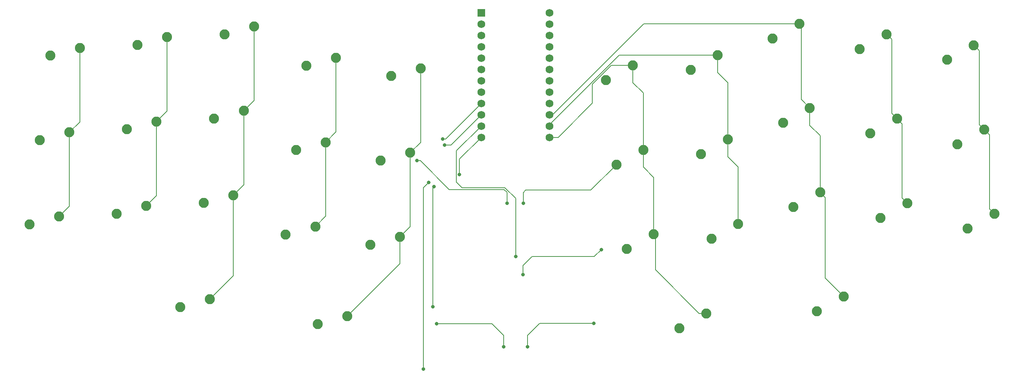
<source format=gbr>
G04 #@! TF.GenerationSoftware,KiCad,Pcbnew,(5.1.9)-1*
G04 #@! TF.CreationDate,2021-09-30T23:41:13-07:00*
G04 #@! TF.ProjectId,Claudia,436c6175-6469-4612-9e6b-696361645f70,rev?*
G04 #@! TF.SameCoordinates,Original*
G04 #@! TF.FileFunction,Copper,L2,Bot*
G04 #@! TF.FilePolarity,Positive*
%FSLAX46Y46*%
G04 Gerber Fmt 4.6, Leading zero omitted, Abs format (unit mm)*
G04 Created by KiCad (PCBNEW (5.1.9)-1) date 2021-09-30 23:41:13*
%MOMM*%
%LPD*%
G01*
G04 APERTURE LIST*
G04 #@! TA.AperFunction,ComponentPad*
%ADD10C,1.752600*%
G04 #@! TD*
G04 #@! TA.AperFunction,ComponentPad*
%ADD11R,1.752600X1.752600*%
G04 #@! TD*
G04 #@! TA.AperFunction,ComponentPad*
%ADD12C,2.250000*%
G04 #@! TD*
G04 #@! TA.AperFunction,ViaPad*
%ADD13C,0.800000*%
G04 #@! TD*
G04 #@! TA.AperFunction,Conductor*
%ADD14C,0.200000*%
G04 #@! TD*
G04 APERTURE END LIST*
D10*
X145643600Y-37820600D03*
X130403600Y-65760600D03*
X145643600Y-40360600D03*
X145643600Y-42900600D03*
X145643600Y-45440600D03*
X145643600Y-47980600D03*
X145643600Y-50520600D03*
X145643600Y-53060600D03*
X145643600Y-55600600D03*
X145643600Y-58140600D03*
X145643600Y-60680600D03*
X145643600Y-63220600D03*
X145643600Y-65760600D03*
X130403600Y-63220600D03*
X130403600Y-60680600D03*
X130403600Y-58140600D03*
X130403600Y-55600600D03*
X130403600Y-53060600D03*
X130403600Y-50520600D03*
X130403600Y-47980600D03*
X130403600Y-45440600D03*
X130403600Y-42900600D03*
X130403600Y-40360600D03*
D11*
X130403600Y-37820600D03*
D12*
X100439551Y-105819087D03*
X93827335Y-107566284D03*
X116858386Y-50255880D03*
X110246170Y-52003077D03*
X164313748Y-49636783D03*
X158320628Y-52931721D03*
X245169389Y-82893349D03*
X239176269Y-86188287D03*
X242847778Y-63985344D03*
X236854658Y-67280282D03*
X240526167Y-45077340D03*
X234533047Y-48372278D03*
X225680982Y-80487959D03*
X219687862Y-83782897D03*
X223359371Y-61579954D03*
X217366251Y-64874892D03*
X221037760Y-42671950D03*
X215044640Y-45966888D03*
X206192575Y-78082569D03*
X200199455Y-81377507D03*
X203870964Y-59174564D03*
X197877844Y-62469502D03*
X201549353Y-40266560D03*
X195556233Y-43561498D03*
X211457842Y-101427403D03*
X205464722Y-104722341D03*
X187864974Y-85131181D03*
X181871854Y-88426119D03*
X185543363Y-66223176D03*
X179550243Y-69518114D03*
X183221752Y-47315172D03*
X177228632Y-50610110D03*
X168956969Y-87452792D03*
X162963849Y-90747730D03*
X166635359Y-68544787D03*
X160642239Y-71839725D03*
X112215165Y-88071889D03*
X105602949Y-89819086D03*
X114536775Y-69163884D03*
X107924559Y-70911081D03*
X69714292Y-102046500D03*
X63102076Y-103793697D03*
X93307160Y-85750278D03*
X86694944Y-87497475D03*
X95628771Y-66842273D03*
X89016555Y-68589470D03*
X97950382Y-47934269D03*
X91338166Y-49681466D03*
X74979559Y-78701666D03*
X68367343Y-80448863D03*
X77301170Y-59793661D03*
X70688954Y-61540858D03*
X79622781Y-40885657D03*
X73010565Y-42632854D03*
X55491152Y-81107056D03*
X48878936Y-82854253D03*
X57812763Y-62199051D03*
X51200547Y-63946248D03*
X60134374Y-43291047D03*
X53522158Y-45038244D03*
X36002745Y-83512446D03*
X29390529Y-85259643D03*
X38324356Y-64604441D03*
X31712140Y-66351638D03*
X40645967Y-45696437D03*
X34033751Y-47443634D03*
X180732583Y-105199990D03*
X174739463Y-108494928D03*
D13*
X125552200Y-74091800D03*
X138099800Y-92430600D03*
X119557800Y-103682800D03*
X119862600Y-76784200D03*
X122199400Y-67437000D03*
X117449600Y-117703600D03*
X118643400Y-75844400D03*
X121818400Y-66116200D03*
X135382000Y-112687328D03*
X120421400Y-107492800D03*
X136207178Y-80518000D03*
X116052600Y-70916800D03*
X139792822Y-80518000D03*
X139725400Y-96520000D03*
X157226000Y-90932000D03*
X140741400Y-112687328D03*
X155600400Y-107467400D03*
D14*
X166635359Y-55817074D02*
X166635359Y-68544787D01*
X164313748Y-53495463D02*
X166635359Y-55817074D01*
X164313748Y-49636783D02*
X164313748Y-53495463D01*
X168956969Y-74725077D02*
X168956969Y-87452792D01*
X166635359Y-72403467D02*
X168956969Y-74725077D01*
X166635359Y-68544787D02*
X166635359Y-72403467D01*
X179141593Y-105199990D02*
X180732583Y-105199990D01*
X169348899Y-95407296D02*
X179141593Y-105199990D01*
X169348899Y-87844722D02*
X169348899Y-95407296D01*
X168956969Y-87452792D02*
X169348899Y-87844722D01*
X159506564Y-49636783D02*
X155270200Y-53873147D01*
X164313748Y-49636783D02*
X159506564Y-49636783D01*
X155270200Y-53873147D02*
X155270200Y-58089800D01*
X147599400Y-65760600D02*
X145643600Y-65760600D01*
X155270200Y-58089800D02*
X147599400Y-65760600D01*
X125552200Y-70612000D02*
X130403600Y-65760600D01*
X125552200Y-74091800D02*
X125552200Y-70612000D01*
X138099800Y-79418902D02*
X135700089Y-77019190D01*
X138099800Y-92430600D02*
X138099800Y-79418902D01*
X135700089Y-77019190D02*
X126117390Y-77019190D01*
X124852199Y-68772001D02*
X130403600Y-63220600D01*
X124852199Y-75753999D02*
X124852199Y-68772001D01*
X126117390Y-77019190D02*
X124852199Y-75753999D01*
X97950382Y-64520662D02*
X95628771Y-66842273D01*
X97950382Y-47934269D02*
X97950382Y-64520662D01*
X95628771Y-83428667D02*
X93307160Y-85750278D01*
X95628771Y-66842273D02*
X95628771Y-83428667D01*
X119557800Y-103682800D02*
X119557800Y-77089000D01*
X119557800Y-77089000D02*
X119862600Y-76784200D01*
X119862600Y-76784200D02*
X119862600Y-76784200D01*
X123647200Y-67437000D02*
X130403600Y-60680600D01*
X122199400Y-67437000D02*
X123647200Y-67437000D01*
X60134374Y-59877440D02*
X57812763Y-62199051D01*
X60134374Y-43291047D02*
X60134374Y-59877440D01*
X57812763Y-78785445D02*
X55491152Y-81107056D01*
X57812763Y-62199051D02*
X57812763Y-78785445D01*
X40645967Y-62282830D02*
X38324356Y-64604441D01*
X40645967Y-45696437D02*
X40645967Y-62282830D01*
X38324356Y-81190835D02*
X36002745Y-83512446D01*
X38324356Y-64604441D02*
X38324356Y-81190835D01*
X201941283Y-57244883D02*
X203870964Y-59174564D01*
X201941283Y-40658490D02*
X201941283Y-57244883D01*
X201549353Y-40266560D02*
X201941283Y-40658490D01*
X203870964Y-63033244D02*
X206192575Y-65354855D01*
X206192575Y-65354855D02*
X206192575Y-78082569D01*
X203870964Y-59174564D02*
X203870964Y-63033244D01*
X207317574Y-97287135D02*
X211457842Y-101427403D01*
X207317574Y-79207568D02*
X207317574Y-97287135D01*
X206192575Y-78082569D02*
X207317574Y-79207568D01*
X146329400Y-60680600D02*
X145643600Y-60680600D01*
X166743440Y-40266560D02*
X146329400Y-60680600D01*
X201549353Y-40266560D02*
X166743440Y-40266560D01*
X79622781Y-57472050D02*
X77301170Y-59793661D01*
X79622781Y-40885657D02*
X79622781Y-57472050D01*
X77301170Y-76380055D02*
X74979559Y-78701666D01*
X77301170Y-59793661D02*
X77301170Y-76380055D01*
X74979559Y-96781233D02*
X69714292Y-102046500D01*
X74979559Y-78701666D02*
X74979559Y-96781233D01*
X117449600Y-117703600D02*
X117449600Y-77038200D01*
X117449600Y-77038200D02*
X118643400Y-75844400D01*
X118643400Y-75844400D02*
X118643400Y-75844400D01*
X122428000Y-66116200D02*
X130403600Y-58140600D01*
X121818400Y-66116200D02*
X122428000Y-66116200D01*
X185543363Y-53495463D02*
X185543363Y-66223176D01*
X183221752Y-51173852D02*
X185543363Y-53495463D01*
X183221752Y-47315172D02*
X183221752Y-51173852D01*
X187864974Y-72403467D02*
X187864974Y-85131181D01*
X185543363Y-70081856D02*
X187864974Y-72403467D01*
X185543363Y-66223176D02*
X185543363Y-70081856D01*
X145643600Y-62934049D02*
X145643600Y-63220600D01*
X161262477Y-47315172D02*
X145643600Y-62934049D01*
X183221752Y-47315172D02*
X161262477Y-47315172D01*
X241722779Y-46273952D02*
X240526167Y-45077340D01*
X241722779Y-62860345D02*
X241722779Y-46273952D01*
X242847778Y-63985344D02*
X241722779Y-62860345D01*
X244044390Y-65181956D02*
X242847778Y-63985344D01*
X244044390Y-81768350D02*
X244044390Y-65181956D01*
X245169389Y-82893349D02*
X244044390Y-81768350D01*
X116858386Y-66842273D02*
X114536775Y-69163884D01*
X116858386Y-50255880D02*
X116858386Y-66842273D01*
X114536775Y-85750279D02*
X112215165Y-88071889D01*
X114536775Y-69163884D02*
X114536775Y-85750279D01*
X112215165Y-94043473D02*
X100439551Y-105819087D01*
X112215165Y-88071889D02*
X112215165Y-94043473D01*
X222162759Y-60383342D02*
X223359371Y-61579954D01*
X222162759Y-43796949D02*
X222162759Y-60383342D01*
X221037760Y-42671950D02*
X222162759Y-43796949D01*
X224484370Y-79291347D02*
X225680982Y-80487959D01*
X224484370Y-62704953D02*
X224484370Y-79291347D01*
X223359371Y-61579954D02*
X224484370Y-62704953D01*
X135382000Y-112687328D02*
X135382000Y-110109000D01*
X135382000Y-110109000D02*
X132765800Y-107492800D01*
X132765800Y-107492800D02*
X120421400Y-107492800D01*
X120421400Y-107492800D02*
X120421400Y-107492800D01*
X120421400Y-107492800D02*
X120421400Y-107492800D01*
X136207178Y-80518000D02*
X136207178Y-78091978D01*
X136207178Y-78091978D02*
X135534400Y-77419200D01*
X135534400Y-77419200D02*
X123266200Y-77419200D01*
X123266200Y-77419200D02*
X116763800Y-70916800D01*
X116763800Y-70916800D02*
X116052600Y-70916800D01*
X116052600Y-70916800D02*
X116052600Y-70916800D01*
X139792822Y-80518000D02*
X139792822Y-78113778D01*
X139792822Y-78113778D02*
X140360400Y-77546200D01*
X154935764Y-77546200D02*
X160642239Y-71839725D01*
X140360400Y-77546200D02*
X154935764Y-77546200D01*
X139725400Y-96520000D02*
X139725400Y-94488000D01*
X139725400Y-94488000D02*
X141732000Y-92481400D01*
X141732000Y-92481400D02*
X155676600Y-92481400D01*
X155676600Y-92481400D02*
X157226000Y-90932000D01*
X157226000Y-90932000D02*
X157226000Y-90932000D01*
X140741400Y-112687328D02*
X140741400Y-110159800D01*
X140741400Y-110159800D02*
X143433800Y-107467400D01*
X143433800Y-107467400D02*
X155600400Y-107467400D01*
X155600400Y-107467400D02*
X155600400Y-107467400D01*
M02*

</source>
